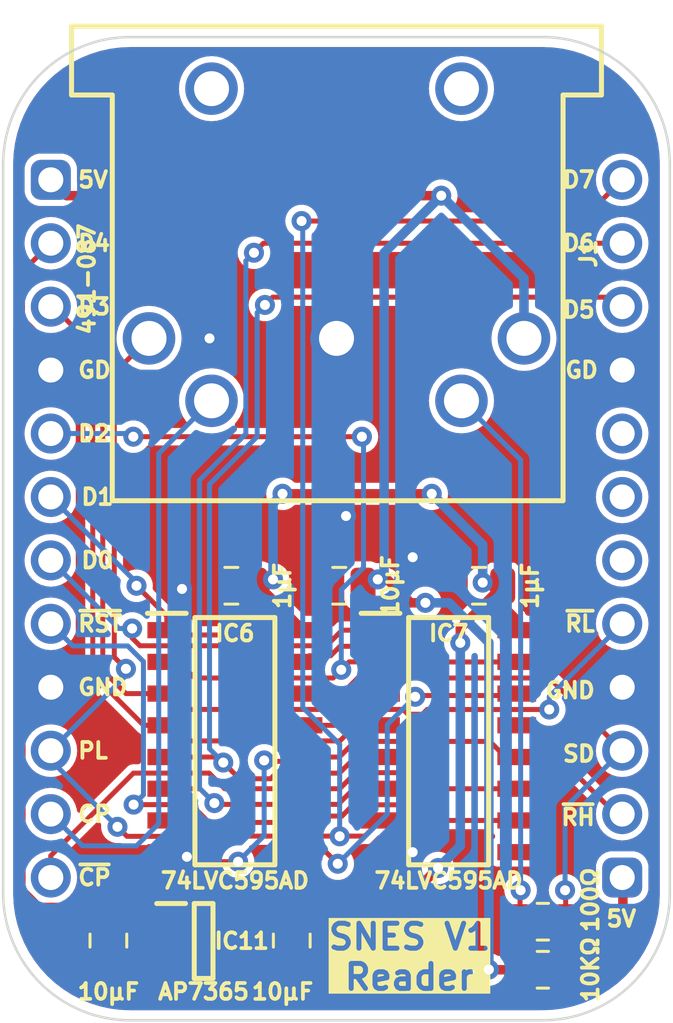
<source format=kicad_pcb>
(kicad_pcb (version 20221018) (generator pcbnew)
  (layers (0 "F.Cu" signal) (31 "B.Cu" signal) (36 "B.SilkS" user "B.Silkscreen") (37 "F.SilkS" user "F.Silkscreen") (38 "B.Mask" user) (39 "F.Mask" user) (44 "Edge.Cuts" user))
  (net 0 "")
  (net 1 "/3.3V")
  (net 2 "/GND")
  (net 3 "/5V")
  (net 4 "/D1")
  (net 5 "/~{Reset}")
  (net 6 "/Serial CP")
  (net 7 "/D2")
  (net 8 "/D3")
  (net 9 "/D4")
  (net 10 "/D5")
  (net 11 "/D6")
  (net 12 "/D7")
  (net 13 "/Q7S")
  (net 14 "/Serial Data")
  (net 15 "/Serial PL")
  (net 16 "/D0")
  (net 21 "/~{Serial CP}")
  (net 25 "/~{Read Low}")
  (net 26 "/~{Read High}")
  (net 27 "/Serial Data _{IN}")
  (footprint "SamacSys_Parts:C_0805" (layer "F.Cu") (at 96 101.6)
    (fp_text reference "C10" hide)
    (fp_text value "10μF" (at -0.369 2.032) (layer "F.SilkS") (effects (font (size 0.635 0.635))))
    (fp_line (start -0.735 0.245252) (end -0.735 -0.277252) (stroke (width 0.12)) (layer "F.SilkS"))
    (fp_line (start 0.735 0.245252) (end 0.735 -0.277252) (stroke (width 0.12)) (layer "F.SilkS"))
    (pad "1" smd roundrect (at 0 0.934 90) (size 1 1.45) (layers "F.Cu" "F.Paste" "F.Mask") (net 1 "/3.3V"))
    (pad "2" smd roundrect (at 0 -0.966 90) (size 1 1.45) (layers "F.Cu" "F.Paste" "F.Mask") (net 2 "/GND"))
  )
  (footprint "SamacSys_Parts:R_0805" (layer "F.Cu") (at 106.045 100.838 -90)
    (fp_text reference "R2" hide)
    (fp_text value "100Ω" (at -0.889 -1.905 -90) (layer "F.SilkS") (effects (font (size 0.635 0.635))))
    (fp_line (start -0.745 0.227064) (end -0.745 -0.227064) (stroke (width 0.12)) (layer "F.SilkS"))
    (fp_line (start 0.725 0.227064) (end 0.725 -0.227064) (stroke (width 0.12)) (layer "F.SilkS"))
    (pad "1" smd roundrect (at -0.01 0.9125) (size 1.025 1.4) (layers "F.Cu" "F.Paste" "F.Mask") (roundrect_rratio 0.243902439) (net 27 "/Serial Data _{IN}"))
    (pad "2" smd roundrect (at -0.01 -0.9125) (size 1.025 1.4) (layers "F.Cu" "F.Paste" "F.Mask") (roundrect_rratio 0.243902439) (net 14 "/Serial Data"))
  )
  (footprint "SamacSys_Parts:SOIC127P600X175-16N" (layer "F.Cu") (at 93.726 93.599)
    (fp_text reference "IC6" (at 0 -4.318) (layer "F.SilkS") (effects (font (size 0.635 0.635))))
    (fp_text value "74LVC595AD" (at 0 5.588) (layer "F.SilkS") (effects (font (size 0.635 0.635))))
    (fp_line (start -3.5 -5.12) (end -1.95 -5.12) (stroke (width 0.2)) (layer "F.SilkS"))
    (fp_line (start -1.6 -4.95) (end 1.6 -4.95) (stroke (width 0.2)) (layer "F.SilkS"))
    (fp_line (start -1.6 4.95) (end -1.6 -4.95) (stroke (width 0.2)) (layer "F.SilkS"))
    (fp_line (start 1.6 -4.95) (end 1.6 4.95) (stroke (width 0.2)) (layer "F.SilkS"))
    (fp_line (start 1.6 4.95) (end -1.6 4.95) (stroke (width 0.2)) (layer "F.SilkS"))
    (pad "1" smd rect (at -2.725 -4.445 90) (size 0.65 1.55) (layers "F.Cu" "F.Paste" "F.Mask") (net 4 "/D1"))
    (pad "2" smd rect (at -2.725 -3.175 90) (size 0.65 1.55) (layers "F.Cu" "F.Paste" "F.Mask") (net 7 "/D2"))
    (pad "3" smd rect (at -2.725 -1.905 90) (size 0.65 1.55) (layers "F.Cu" "F.Paste" "F.Mask") (net 8 "/D3"))
    (pad "4" smd rect (at -2.725 -0.635 90) (size 0.65 1.55) (layers "F.Cu" "F.Paste" "F.Mask") (net 9 "/D4"))
    (pad "5" smd rect (at -2.725 0.635 90) (size 0.65 1.55) (layers "F.Cu" "F.Paste" "F.Mask") (net 10 "/D5"))
    (pad "6" smd rect (at -2.725 1.905 90) (size 0.65 1.55) (layers "F.Cu" "F.Paste" "F.Mask") (net 11 "/D6"))
    (pad "7" smd rect (at -2.725 3.175 90) (size 0.65 1.55) (layers "F.Cu" "F.Paste" "F.Mask") (net 12 "/D7"))
    (pad "8" smd rect (at -2.725 4.445 90) (size 0.65 1.55) (layers "F.Cu" "F.Paste" "F.Mask") (net 2 "/GND"))
    (pad "9" smd rect (at 2.725 4.445 90) (size 0.65 1.55) (layers "F.Cu" "F.Paste" "F.Mask") (net 13 "/Q7S"))
    (pad "10" smd rect (at 2.725 3.175 90) (size 0.65 1.55) (layers "F.Cu" "F.Paste" "F.Mask") (net 5 "/~{Reset}"))
    (pad "11" smd rect (at 2.725 1.905 90) (size 0.65 1.55) (layers "F.Cu" "F.Paste" "F.Mask") (net 21 "/~{Serial CP}"))
    (pad "12" smd rect (at 2.725 0.635 90) (size 0.65 1.55) (layers "F.Cu" "F.Paste" "F.Mask") (net 15 "/Serial PL"))
    (pad "13" smd rect (at 2.725 -0.635 90) (size 0.65 1.55) (layers "F.Cu" "F.Paste" "F.Mask") (net 25 "/~{Read Low}"))
    (pad "14" smd rect (at 2.725 -1.905 90) (size 0.65 1.55) (layers "F.Cu" "F.Paste" "F.Mask") (net 14 "/Serial Data"))
    (pad "15" smd rect (at 2.725 -3.175 90) (size 0.65 1.55) (layers "F.Cu" "F.Paste" "F.Mask") (net 16 "/D0"))
    (pad "16" smd rect (at 2.725 -4.445 90) (size 0.65 1.55) (layers "F.Cu" "F.Paste" "F.Mask") (net 1 "/3.3V"))
  )
  (footprint "SamacSys_Parts:SOT95P285X130-5N" (layer "F.Cu") (at 92.474 101.6)
    (fp_text reference "IC11" (at 1.524 0) (layer "F.SilkS") (effects (font (size 0.635 0.635))))
    (fp_text value "AP7365-33WG-7" hide)
    (fp_text user "${Silkscreen}" (at 0 2.032) (layer "F.SilkS") (effects (font (size 0.635 0.635))))
    (fp_line (start -1.875 -1.5) (end -0.725 -1.5) (stroke (width 0.2)) (layer "F.SilkS"))
    (fp_line (start -0.375 -1.5) (end 0.375 -1.5) (stroke (width 0.2)) (layer "F.SilkS"))
    (fp_line (start -0.375 1.5) (end -0.375 -1.5) (stroke (width 0.2)) (layer "F.SilkS"))
    (fp_line (start 0.375 -1.5) (end 0.375 1.5) (stroke (width 0.2)) (layer "F.SilkS"))
    (fp_line (start 0.375 1.5) (end -0.375 1.5) (stroke (width 0.2)) (layer "F.SilkS"))
    (pad "1" smd rect (at -1.3 -0.95 90) (size 0.6 1.15) (layers "F.Cu" "F.Paste" "F.Mask") (net 3 "/5V"))
    (pad "2" smd rect (at -1.3 0 90) (size 0.6 1.15) (layers "F.Cu" "F.Paste" "F.Mask") (net 2 "/GND"))
    (pad "3" smd rect (at -1.3 0.95 90) (size 0.6 1.15) (layers "F.Cu" "F.Paste" "F.Mask") (net 3 "/5V"))
    (pad "4" smd rect (at 1.3 0.95 90) (size 0.6 1.15) (layers "F.Cu" "F.Paste" "F.Mask"))
    (pad "5" smd rect (at 1.3 -0.95 90) (size 0.6 1.15) (layers "F.Cu" "F.Paste" "F.Mask") (net 1 "/3.3V"))
  )
  (footprint "SamacSys_Parts:C_0805" (layer "F.Cu") (at 93.599 87.376 90)
    (fp_text reference "C8" hide)
    (fp_text value "1μF" (at 0 2.032 90) (layer "F.SilkS") (effects (font (size 0.635 0.635))))
    (fp_line (start -0.735 0.245252) (end -0.735 -0.277252) (stroke (width 0.12)) (layer "F.SilkS"))
    (fp_line (start 0.735 0.245252) (end 0.735 -0.277252) (stroke (width 0.12)) (layer "F.SilkS"))
    (pad "1" smd roundrect (at 0 0.934 180) (size 1 1.45) (layers "F.Cu" "F.Paste" "F.Mask") (net 1 "/3.3V"))
    (pad "2" smd roundrect (at 0 -0.966 180) (size 1 1.45) (layers "F.Cu" "F.Paste" "F.Mask") (net 2 "/GND"))
  )
  (footprint "SamacSys_Parts:C_0805" (layer "F.Cu") (at 103.505 87.376 90)
    (fp_text reference "C7" hide)
    (fp_text value "1μF" (at 0 2.032 90) (layer "F.SilkS") (effects (font (size 0.635 0.635))))
    (fp_line (start -0.735 0.245252) (end -0.735 -0.277252) (stroke (width 0.12)) (layer "F.SilkS"))
    (fp_line (start 0.735 0.245252) (end 0.735 -0.277252) (stroke (width 0.12)) (layer "F.SilkS"))
    (pad "1" smd roundrect (at 0 0.934 180) (size 1 1.45) (layers "F.Cu" "F.Paste" "F.Mask") (net 1 "/3.3V"))
    (pad "2" smd roundrect (at 0 -0.966 180) (size 1 1.45) (layers "F.Cu" "F.Paste" "F.Mask") (net 2 "/GND"))
  )
  (footprint "SamacSys_Parts:491087" (layer "F.Cu") (at 102.79 67.47 -90)
    (fp_text reference "J1" (at 6.604 -5.08 -90) (layer "F.SilkS") (effects (font (size 0.635 0.635) (thickness 0.15) bold)))
    (fp_text value "491-087" (at 7.62 14.986 -90) (layer "F.SilkS") (effects (font (size 0.635 0.635))))
    (fp_line (start -2.5 -5.6) (end -2.5 15.6) (stroke (width 0.2)) (layer "F.SilkS"))
    (fp_line (start -2.5 15.6) (end 0.254 15.6) (stroke (width 0.2)) (layer "F.SilkS"))
    (fp_line (start 0.254 -5.6) (end -2.5 -5.6) (stroke (width 0.2)) (layer "F.SilkS"))
    (fp_line (start 0.254 -5.6) (end 0.254 -4.064) (stroke (width 0.2)) (layer "F.SilkS"))
    (fp_line (start 0.254 13.97) (end 0.254 15.6) (stroke (width 0.2)) (layer "F.SilkS"))
    (fp_line (start 0.254 13.97) (end 16.5 13.97) (stroke (width 0.2)) (layer "F.SilkS"))
    (fp_line (start 16.5 -4.064) (end 0.254 -4.064) (stroke (width 0.2)) (layer "F.SilkS"))
    (fp_line (start 16.5 13.97) (end 16.5 -4.064) (stroke (width 0.2)) (layer "F.SilkS"))
    (pad "1" thru_hole circle (at 10 12.5 270) (size 2.1 2.1) (drill 1.4) (layers "*.Cu" "*.Mask") (net 15 "/Serial PL"))
    (pad "2" thru_hole circle (at 10 5 270) (size 2.1 2.1) (drill 1.4) (layers "*.Cu" "*.Mask") (net 2 "/GND"))
    (pad "3" thru_hole circle (at 10 -2.5 270) (size 2.1 2.1) (drill 1.4) (layers "*.Cu" "*.Mask") (net 3 "/5V"))
    (pad "4" thru_hole circle (at 12.5 10 270) (size 2.1 2.1) (drill 1.4) (layers "*.Cu" "*.Mask") (net 6 "/Serial CP"))
    (pad "5" thru_hole circle (at 12.5 0 270) (size 2.1 2.1) (drill 1.4) (layers "*.Cu" "*.Mask") (net 27 "/Serial Data _{IN}"))
    (pad "6" thru_hole circle (at 0 10 270) (size 2.1 2.1) (drill 1.4) (layers "*.Cu" "*.Mask"))
    (pad "7" thru_hole circle (at 0 0 270) (size 2.1 2.1) (drill 1.4) (layers "*.Cu" "*.Mask"))
  )
  (footprint "SamacSys_Parts:C_0805" (layer "F.Cu") (at 97.917 87.376 90)
    (fp_text reference "C6" hide)
    (fp_text value "10μF" (at 0 2.032 90) (layer "F.SilkS") (effects (font (size 0.635 0.635))))
    (fp_line (start -0.735 0.245252) (end -0.735 -0.277252) (stroke (width 0.12)) (layer "F.SilkS"))
    (fp_line (start 0.735 0.245252) (end 0.735 -0.277252) (stroke (width 0.12)) (layer "F.SilkS"))
    (pad "1" smd roundrect (at 0 0.934 180) (size 1 1.45) (layers "F.Cu" "F.Paste" "F.Mask") (net 3 "/5V"))
    (pad "2" smd roundrect (at 0 -0.966 180) (size 1 1.45) (layers "F.Cu" "F.Paste" "F.Mask") (net 2 "/GND"))
  )
  (footprint "SamacSys_Parts:C_0805" (layer "F.Cu") (at 88.664 101.6)
    (fp_text reference "C9" hide)
    (fp_text value "10μF" (at 0 2.032) (layer "F.SilkS") (effects (font (size 0.635 0.635))))
    (fp_line (start -0.735 0.245252) (end -0.735 -0.277252) (stroke (width 0.12)) (layer "F.SilkS"))
    (fp_line (start 0.735 0.245252) (end 0.735 -0.277252) (stroke (width 0.12)) (layer "F.SilkS"))
    (pad "1" smd roundrect (at 0 0.934 90) (size 1 1.45) (layers "F.Cu" "F.Paste" "F.Mask") (net 3 "/5V"))
    (pad "2" smd roundrect (at 0 -0.966 90) (size 1 1.45) (layers "F.Cu" "F.Paste" "F.Mask") (net 2 "/GND"))
  )
  (footprint "SamacSys_Parts:R_0805" (layer "F.Cu") (at 106.045 102.743 90)
    (fp_text reference "R1" hide)
    (fp_text value "10KΩ" (at 0 1.905 90) (layer "F.SilkS") (effects (font (size 0.635 0.635))))
    (fp_line (start -0.745 0.227064) (end -0.745 -0.227064) (stroke (width 0.12)) (layer "F.SilkS"))
    (fp_line (start 0.725 0.227064) (end 0.725 -0.227064) (stroke (width 0.12)) (layer "F.SilkS"))
    (pad "1" smd roundrect (at -0.01 0.9125 180) (size 1.025 1.4) (layers "F.Cu" "F.Paste" "F.Mask") (roundrect_rratio 0.243902439) (net 27 "/Serial Data _{IN}"))
    (pad "2" smd roundrect (at -0.01 -0.9125 180) (size 1.025 1.4) (layers "F.Cu" "F.Paste" "F.Mask") (roundrect_rratio 0.243902439) (net 3 "/5V"))
  )
  (footprint "SamacSys_Parts:DIP-24_Board_W22.86mm" (layer "F.Cu") (at 86.36 71.12)
    (fp_text reference "J2" hide)
    (fp_text value "Conn_02x12_Counter_Clockwise" hide)
    (fp_line (start -1.905 -0.635) (end -1.905 28.575) (stroke (width 0.1)) (layer "Edge.Cuts"))
    (fp_line (start 19.685 -5.715) (end 3.175 -5.715) (stroke (width 0.1)) (layer "Edge.Cuts"))
    (fp_line (start 19.685 33.655) (end 3.175 33.655) (stroke (width 0.1)) (layer "Edge.Cuts"))
    (fp_line (start 24.765 28.575) (end 24.765 -0.635) (stroke (width 0.1)) (layer "Edge.Cuts"))
    (fp_arc (start -1.905 -0.635) (mid -0.417102 -4.227102) (end 3.175 -5.715) (stroke (width 0.1)) (layer "Edge.Cuts"))
    (fp_arc (start 3.175 33.655) (mid -0.417102 32.167102) (end -1.905 28.575) (stroke (width 0.1)) (layer "Edge.Cuts"))
    (fp_arc (start 19.685 -5.715) (mid 23.277102 -4.227102) (end 24.765 -0.635) (stroke (width 0.1)) (layer "Edge.Cuts"))
    (fp_arc (start 24.765 28.575) (mid 23.277102 32.167102) (end 19.685 33.655) (stroke (width 0.1)) (layer "Edge.Cuts"))
    (pad "1" thru_hole roundrect (at 0 0) (size 1.6 1.6) (drill 1) (layers "*.Cu" "*.Mask") (net 3 "/5V"))
    (pad "2" thru_hole oval (at 0 2.54) (size 1.6 1.6) (drill 1) (layers "*.Cu" "*.Mask") (net 9 "/D4"))
    (pad "3" thru_hole oval (at 0 5.08) (size 1.6 1.6) (drill 1) (layers "*.Cu" "*.Mask") (net 8 "/D3"))
    (pad "4" thru_hole rect (at 0 7.62) (size 1.6 1.6) (drill 1) (layers "*.Cu" "*.Mask") (net 2 "/GND"))
    (pad "5" thru_hole oval (at 0 10.16) (size 1.6 1.6) (drill 1) (layers "*.Cu" "*.Mask") (net 7 "/D2"))
    (pad "6" thru_hole oval (at 0 12.7) (size 1.6 1.6) (drill 1) (layers "*.Cu" "*.Mask") (net 4 "/D1"))
    (pad "7" thru_hole oval (at 0 15.24) (size 1.6 1.6) (drill 1) (layers "*.Cu" "*.Mask") (net 16 "/D0"))
    (pad "8" thru_hole oval (at 0 17.78) (size 1.6 1.6) (drill 1) (layers "*.Cu" "*.Mask") (net 5 "/~{Reset}"))
    (pad "9" thru_hole rect (at 0 20.32) (size 1.6 1.6) (drill 1) (layers "*.Cu" "*.Mask") (net 2 "/GND"))
    (pad "10" thru_hole oval (at 0 22.86) (size 1.6 1.6) (drill 1) (layers "*.Cu" "*.Mask") (net 15 "/Serial PL"))
    (pad "11" thru_hole oval (at 0 25.4) (size 1.6 1.6) (drill 1) (layers "*.Cu" "*.Mask") (net 6 "/Serial CP"))
    (pad "12" thru_hole oval (at 0 27.94) (size 1.6 1.6) (drill 1) (layers "*.Cu" "*.Mask") (net 21 "/~{Serial CP}"))
    (pad "13" thru_hole roundrect (at 22.86 27.94) (size 1.6 1.6) (drill 1) (layers "*.Cu" "*.Mask") (net 3 "/5V"))
    (pad "14" thru_hole oval (at 22.86 25.4) (size 1.6 1.6) (drill 1) (layers "*.Cu" "*.Mask") (net 26 "/~{Read High}"))
    (pad "15" thru_hole oval (at 22.86 22.86) (size 1.6 1.6) (drill 1) (layers "*.Cu" "*.Mask") (net 14 "/Serial Data"))
    (pad "16" thru_hole rect (at 22.86 20.32) (size 1.6 1.6) (drill 1) (layers "*.Cu" "*.Mask") (net 2 "/GND"))
    (pad "17" thru_hole oval (at 22.86 17.78 180) (size 1.6 1.6) (drill 1) (layers "*.Cu" "*.Mask") (net 25 "/~{Read Low}"))
    (pad "18" thru_hole oval (at 22.86 15.24 180) (size 1.6 1.6) (drill 1) (layers "*.Cu" "*.Mask"))
    (pad "19" thru_hole oval (at 22.86 12.7 180) (size 1.6 1.6) (drill 1) (layers "*.Cu" "*.Mask"))
    (pad "20" thru_hole oval (at 22.86 10.16 180) (size 1.6 1.6) (drill 1) (layers "*.Cu" "*.Mask"))
    (pad "21" thru_hole rect (at 22.86 7.62) (size 1.6 1.6) (drill 1) (layers "*.Cu" "*.Mask") (net 2 "/GND"))
    (pad "22" thru_hole oval (at 22.86 5.08) (size 1.6 1.6) (drill 1) (layers "*.Cu" "*.Mask") (net 10 "/D5"))
    (pad "23" thru_hole oval (at 22.86 2.54) (size 1.6 1.6) (drill 1) (layers "*.Cu" "*.Mask") (net 11 "/D6"))
    (pad "24" thru_hole oval (at 22.86 0) (size 1.6 1.6) (drill 1) (layers "*.Cu" "*.Mask") (net 12 "/D7"))
  )
  (footprint "SamacSys_Parts:SOIC127P600X175-16N" (layer "F.Cu") (at 102.276 93.599)
    (fp_text reference "IC7" (at 0 -4.318) (layer "F.SilkS") (effects (font (size 0.635 0.635))))
    (fp_text value "74LVC595AD" (at 0 5.588) (layer "F.SilkS") (effects (font (size 0.635 0.635))))
    (fp_line (start -3.5 -5.12) (end -1.95 -5.12) (stroke (width 0.2)) (layer "F.SilkS"))
    (fp_line (start -1.6 -4.95) (end 1.6 -4.95) (stroke (width 0.2)) (layer "F.SilkS"))
    (fp_line (start -1.6 4.95) (end -1.6 -4.95) (stroke (width 0.2)) (layer "F.SilkS"))
    (fp_line (start 1.6 -4.95) (end 1.6 4.95) (stroke (width 0.2)) (layer "F.SilkS"))
    (fp_line (start 1.6 4.95) (end -1.6 4.95) (stroke (width 0.2)) (layer "F.SilkS"))
    (pad "1" smd rect (at -2.725 -4.445 90) (size 0.65 1.55) (layers "F.Cu" "F.Paste" "F.Mask") (net 4 "/D1"))
    (pad "2" smd rect (at -2.725 -3.175 90) (size 0.65 1.55) (layers "F.Cu" "F.Paste" "F.Mask") (net 7 "/D2"))
    (pad "3" smd rect (at -2.725 -1.905 90) (size 0.65 1.55) (layers "F.Cu" "F.Paste" "F.Mask") (net 8 "/D3"))
    (pad "4" smd rect (at -2.725 -0.635 90) (size 0.65 1.55) (layers "F.Cu" "F.Paste" "F.Mask") (net 9 "/D4"))
    (pad "5" smd rect (at -2.725 0.635 90) (size 0.65 1.55) (layers "F.Cu" "F.Paste" "F.Mask") (net 10 "/D5"))
    (pad "6" smd rect (at -2.725 1.905 90) (size 0.65 1.55) (layers "F.Cu" "F.Paste" "F.Mask") (net 11 "/D6"))
    (pad "7" smd rect (at -2.725 3.175 90) (size 0.65 1.55) (layers "F.Cu" "F.Paste" "F.Mask") (net 12 "/D7"))
    (pad "8" smd rect (at -2.725 4.445 90) (size 0.65 1.55) (layers "F.Cu" "F.Paste" "F.Mask") (net 2 "/GND"))
    (pad "9" smd rect (at 2.725 4.445 90) (size 0.65 1.55) (layers "F.Cu" "F.Paste" "F.Mask"))
    (pad "10" smd rect (at 2.725 3.175 90) (size 0.65 1.55) (layers "F.Cu" "F.Paste" "F.Mask") (net 5 "/~{Reset}"))
    (pad "11" smd rect (at 2.725 1.905 90) (size 0.65 1.55) (layers "F.Cu" "F.Paste" "F.Mask") (net 21 "/~{Serial CP}"))
    (pad "12" smd rect (at 2.725 0.635 90) (size 0.65 1.55) (layers "F.Cu" "F.Paste" "F.Mask") (net 15 "/Serial PL"))
    (pad "13" smd rect (at 2.725 -0.635 90) (size 0.65 1.55) (layers "F.Cu" "F.Paste" "F.Mask") (net 26 "/~{Read High}"))
    (pad "14" smd rect (at 2.725 -1.905 90) (size 0.65 1.55) (layers "F.Cu" "F.Paste" "F.Mask") (net 13 "/Q7S"))
    (pad "15" smd rect (at 2.725 -3.175 90) (size 0.65 1.55) (layers "F.Cu" "F.Paste" "F.Mask") (net 16 "/D0"))
    (pad "16" smd rect (at 2.725 -4.445 90) (size 0.65 1.55) (layers "F.Cu" "F.Paste" "F.Mask") (net 1 "/3.3V"))
  )
  (gr_text "~{RL}" (at 108.204 88.9) (layer "F.SilkS") (effects (font (size 0.635 0.635)) (justify right)))
  (gr_text "D4" (at 87.376 73.66) (layer "F.SilkS") (effects (font (size 0.635 0.635)) (justify left)))
  (gr_text "GD" (at 87.376 78.74) (layer "F.SilkS") (effects (font (size 0.635 0.635)) (justify left)))
  (gr_text "GD" (at 108.331 78.74) (layer "F.SilkS") (effects (font (size 0.635 0.635)) (justify right)))
  (gr_text "D2" (at 87.376 81.28) (layer "F.SilkS") (effects (font (size 0.635 0.635)) (justify left)))
  (gr_text "SD" (at 108.204 94.107) (layer "F.SilkS") (effects (font (size 0.635 0.635)) (justify right)))
  (gr_text "PL" (at 87.376 93.98) (layer "F.SilkS") (effects (font (size 0.635 0.635)) (justify left)))
  (gr_text "5V" (at 109.855 100.711) (layer "F.SilkS") (effects (font (size 0.635 0.635)) (justify right)))
  (gr_text "D0" (at 87.503 86.36) (layer "F.SilkS") (effects (font (size 0.635 0.635)) (justify left)))
  (gr_text "D6" (at 108.204 73.66) (layer "F.SilkS") (effects (font (size 0.635 0.635)) (justify right)))
  (gr_text "~{RST}" (at 87.376 88.9) (layer "F.SilkS") (effects (font (size 0.635 0.635)) (justify left)))
  (gr_text "GND" (at 108.204 91.567) (layer "F.SilkS") (effects (font (size 0.635 0.635)) (justify right)))
  (gr_text "5V" (at 87.376 71.12) (layer "F.SilkS") (effects (font (size 0.635 0.635)) (justify left)))
  (gr_text "D7" (at 108.204 71.12) (layer "F.SilkS") (effects (font (size 0.635 0.635)) (justify right)))
  (gr_text "D3" (at 87.376 76.2) (layer "F.SilkS") (effects (font (size 0.635 0.635)) (justify left)))
  (gr_text "SNES V1\nReader" (at 100.711 103.632) (layer "F.SilkS" knockout) (effects (font (size 1 1) (thickness 0.2) bold) (justify bottom)))
  (gr_text "GND" (at 87.376 91.44) (layer "F.SilkS") (effects (font (size 0.635 0.635)) (justify left)))
  (gr_text "CP" (at 87.376 96.52) (layer "F.SilkS") (effects (font (size 0.635 0.635)) (justify left)))
  (gr_text "D5" (at 108.204 76.327) (layer "F.SilkS") (effects (font (size 0.635 0.635)) (justify right)))
  (gr_text "D1" (at 87.503 83.82) (layer "F.SilkS") (effects (font (size 0.635 0.635)) (justify left)))
  (gr_text "~{CP}" (at 87.376 99.06) (layer "F.SilkS") (effects (font (size 0.635 0.635)) (justify left)))
  (gr_text "~{RH}" (at 108.204 96.647) (layer "F.SilkS") (effects (font (size 0.635 0.635)) (justify right)))
  (segment (start 104.947 88.691) (end 104.947 89.1) (width 0.38) (layer "F.Cu") (net 1))
  (segment (start 93.774 100.65) (end 94.983 99.441) (width 0.38) (layer "F.Cu") (net 1))
  (segment (start 102.743 89.072) (end 102.743 89.662) (width 0.38) (layer "F.Cu") (net 1))
  (segment (start 101.59999 83.693006) (end 101.599998 83.692998) (width 0.38) (layer "F.Cu") (net 1))
  (segment (start 94.533 87.376) (end 94.996006 87.376) (width 0.38) (layer "F.Cu") (net 1))
  (segment (start 97.1636 101.3704) (end 96 102.534) (width 0.38) (layer "F.Cu") (net 1))
  (segment (start 104.439 87.376) (end 103.7655 87.376) (width 0.38) (layer "F.Cu") (net 1))
  (segment (start 103.7655 87.376) (end 103.6385 87.249) (width 0.38) (layer "F.Cu") (net 1))
  (segment (start 104.439 87.376) (end 102.743 89.072) (width 0.38) (layer "F.Cu") (net 1))
  (segment (start 104.439 88.183) (end 104.947 88.691) (width 0.38) (layer "F.Cu") (net 1))
  (segment (start 100.4048 100.1282) (end 101.854 98.679) (width 0.38) (layer "F.Cu") (net 1))
  (segment (start 97.1636 100.1282) (end 100.4048 100.1282) (width 0.38) (layer "F.Cu") (net 1))
  (segment (start 95.631 83.693006) (end 101.59999 83.693006) (width 0.38) (layer "F.Cu") (net 1))
  (segment (start 94.718 87.421) (end 96.451 89.154) (width 0.38) (layer "F.Cu") (net 1))
  (segment (start 94.983 99.441) (end 96.4764 99.441) (width 0.38) (layer "F.Cu") (net 1))
  (segment (start 97.1636 100.1282) (end 97.1636 101.3704) (width 0.38) (layer "F.Cu") (net 1))
  (segment (start 96.4764 99.441) (end 97.1636 100.1282) (width 0.38) (layer "F.Cu") (net 1))
  (segment (start 94.996006 87.376) (end 95.25 87.122006) (width 0.38) (layer "F.Cu") (net 1))
  (segment (start 104.439 87.376) (end 104.439 88.183) (width 0.38) (layer "F.Cu") (net 1))
  (via (at 101.599998 83.692998) (size 0.8) (drill 0.4) (layers "F.Cu" "B.Cu") (net 1))
  (via (at 103.6385 87.249) (size 0.8) (drill 0.4) (layers "F.Cu" "B.Cu") (net 1))
  (via (at 95.631 83.693006) (size 0.8) (drill 0.4) (layers "F.Cu" "B.Cu") (net 1))
  (via (at 101.854 98.679) (size 0.8) (drill 0.4) (layers "F.Cu" "B.Cu") (net 1))
  (via (at 95.25 87.122006) (size 0.8) (drill 0.4) (layers "F.Cu" "B.Cu") (net 1))
  (via (at 102.743 89.662) (size 0.8) (drill 0.4) (layers "F.Cu" "B.Cu") (net 1))
  (segment (start 95.25 87.122006) (end 95.25 84.074006) (width 0.38) (layer "B.Cu") (net 1))
  (segment (start 103.6385 87.249) (end 103.6385 85.7315) (width 0.38) (layer "B.Cu") (net 1))
  (segment (start 103.6385 85.7315) (end 101.599998 83.692998) (width 0.38) (layer "B.Cu") (net 1))
  (segment (start 95.25 84.074006) (end 95.631 83.693006) (width 0.38) (layer "B.Cu") (net 1))
  (segment (start 102.743 89.662) (end 102.743 97.79) (width 0.38) (layer "B.Cu") (net 1))
  (segment (start 102.743 97.79) (end 101.854 98.679) (width 0.38) (layer "B.Cu") (net 1))
  (segment (start 108.077 90.297) (end 109.22 91.44) (width 0.38) (layer "F.Cu") (net 2))
  (segment (start 93.0147 101.3505) (end 95.2835 101.3505) (width 0.38) (layer "F.Cu") (net 2))
  (segment (start 87.4452 100.634) (end 88.664 100.634) (width 0.38) (layer "F.Cu") (net 2))
  (segment (start 92.556 87.503) (end 91.61 87.503) (width 0.38) (layer "F.Cu") (net 2))
  (segment (start 102.539 87.376) (end 102.539 86.818) (width 0.38) (layer "F.Cu") (net 2))
  (segment (start 88.664 100.634) (end 90.2071 100.634) (width 0.38) (layer "F.Cu") (net 2))
  (segment (start 92.6591 99.9495) (end 92.7634 100.0538) (width 0.38) (layer "F.Cu") (net 2))
  (segment (start 97.078 85.623) (end 94.386 85.623) (width 0.38) (layer "F.Cu") (net 2))
  (segment (start 85.1618 92.6382) (end 85.1618 99.5507) (width 0.38) (layer "F.Cu") (net 2))
  (segment (start 90.4373 99.9495) (end 90.2071 100.1797) (width 0.38) (layer "F.Cu") (net 2))
  (segment (start 98.119 84.582) (end 98.171 84.582) (width 0.38) (layer "F.Cu") (net 2))
  (segment (start 108.077 89.328) (end 108.077 90.297) (width 0.38) (layer "F.Cu") (net 2))
  (segment (start 99.187 84.582) (end 98.171 84.582) (width 0.38) (layer "F.Cu") (net 2))
  (segment (start 87.0681 100.2569) (end 87.4452 100.634) (width 0.38) (layer "F.Cu") (net 2))
  (segment (start 87.0681 100.2569) (end 89.281 98.044) (width 0.38) (layer "F.Cu") (net 2))
  (segment (start 87.55 90.25) (end 86.36 91.44) (width 0.38) (layer "F.Cu") (net 2))
  (segment (start 90.2071 101.1171) (end 90.69 101.6) (width 0.38) (layer "F.Cu") (net 2))
  (segment (start 97.078 85.623) (end 97.078 87.249) (width 0.38) (layer "F.Cu") (net 2))
  (segment (start 92.7634 101.0992) (end 93.0147 101.3505) (width 0.38) (layer "F.Cu") (net 2))
  (segment (start 86.36 91.44) (end 85.1618 92.6382) (width 0.38) (layer "F.Cu") (net 2))
  (segment (start 101.396 86.233) (end 100.838 86.233) (width 0.38) (layer "F.Cu") (net 2))
  (segment (start 99.551 98.044) (end 100.838004 98.044) (width 0.38) (layer "F.Cu") (net 2))
  (segment (start 102.539 87.376) (end 101.396 86.233) (width 0.38) (layer "F.Cu") (net 2))
  (segment (start 100.838 86.233) (end 108.331 78.74) (width 0.38) (layer "F.Cu") (net 2))
  (segment (start 102.539 86.818) (end 103.096 86.261) (width 0.38) (layer "F.Cu") (net 2))
  (segment (start 85.868 100.2569) (end 87.0681 100.2569) (width 0.38) (layer "F.Cu") (net 2))
  (segment (start 91.001 98.044) (end 91.620595 98.044) (width 0.38) (layer "F.Cu") (net 2))
  (segment (start 91.620595 98.044) (end 91.80479 98.228195) (width 0.38) (layer "F.Cu") (net 2))
  (segment (start 97.078 85.623) (end 98.119 84.582) (width 0.38) (layer "F.Cu") (net 2))
  (segment (start 92.71 77.47) (end 97.79 77.47) (width 0.38) (layer "F.Cu") (net 2))
  (segment (start 86.36 78.74) (end 87.55 79.93) (width 0.38) (layer "F.Cu") (net 2))
  (segment (start 90.2071 100.1797) (end 90.2071 100.634) (width 0.38) (layer "F.Cu") (net 2))
  (segment (start 95.2835 101.3505) (end 96 100.634) (width 0.38) (layer "F.Cu") (net 2))
  (segment (start 87.55 79.93) (end 87.55 90.25) (width 0.38) (layer "F.Cu") (net 2))
  (segment (start 92.7634 100.0538) (end 92.7634 101.0992) (width 0.38) (layer "F.Cu") (net 2))
  (segment (start 108.331 78.74) (end 109.22 78.74) (width 0.38) (layer "F.Cu") (net 2))
  (segment (start 85.1618 99.5507) (end 85.868 100.2569) (width 0.38) (layer "F.Cu") (net 2))
  (segment (start 90.69 101.6) (end 91.174 101.6) (width 0.38) (layer "F.Cu") (net 2))
  (segment (start 94.386 85.623) (end 92.633 87.376) (width 0.38) (layer "F.Cu") (net 2))
  (segment (start 103.096 86.261) (end 105.01 86.261) (width 0.38) (layer "F.Cu") (net 2))
  (segment (start 89.281 98.044) (end 91.001 98.044) (width 0.38) (layer "F.Cu") (net 2))
  (segment (start 92.6591 99.9495) (end 90.4373 99.9495) (width 0.38) (layer "F.Cu") (net 2))
  (segment (start 100.838 86.233) (end 99.187 84.582) (width 0.38) (layer "F.Cu") (net 2))
  (segment (start 105.01 86.261) (end 108.077 89.328) (width 0.38) (layer "F.Cu") (net 2))
  (segment (start 90.2071 100.634) (end 90.2071 101.1171) (width 0.38) (layer "F.Cu") (net 2))
  (via (at 98.171 84.582) (size 0.8) (drill 0.4) (layers "F.Cu" "B.Cu") (net 2))
  (via (at 100.838004 98.044) (size 0.8) (drill 0.4) (layers "F.Cu" "B.Cu") (net 2))
  (via (at 100.838 86.233) (size 0.8) (drill 0.4) (layers "F.Cu" "B.Cu") (net 2))
  (via (at 91.80479 98.228195) (size 0.8) (drill 0.4) (layers "F.Cu" "B.Cu") (net 2))
  (via (at 91.61 87.503) (size 0.8) (drill 0.4) (layers "F.Cu" "B.Cu") (net 2))
  (via (at 92.71 77.47) (size 0.8) (drill 0.4) (layers "F.Cu" "B.Cu") (net 2))
  (segment (start 97.79 77.47) (end 97.79 84.201) (width 0.38) (layer "B.Cu") (net 2))
  (segment (start 91.80479 98.228195) (end 91.80479 87.69779) (width 0.38) (layer "B.Cu") (net 2))
  (segment (start 100.429 86.642) (end 100.429 88.386405) (width 0.38) (layer "B.Cu") (net 2))
  (segment (start 91.80479 87.69779) (end 91.61 87.503) (width 0.38) (layer "B.Cu") (net 2))
  (segment (start 86.5319 78.9119) (end 91.1483 78.9119) (width 0.38) (layer "B.Cu") (net 2))
  (segment (start 97.79 84.201) (end 98.171 84.582) (width 0.38) (layer "B.Cu") (net 2))
  (segment (start 91.2681 78.9119) (end 92.71 77.47) (width 0.38) (layer "B.Cu") (net 2))
  (segment (start 91.1483 78.9119) (end 91.2681 78.9119) (width 0.38) (layer "B.Cu") (net 2))
  (segment (start 100.429 88.386405) (end 101.854 89.811405) (width 0.38) (layer "B.Cu") (net 2))
  (segment (start 101.854 89.811405) (end 101.854 97.028004) (width 0.38) (layer "B.Cu") (net 2))
  (segment (start 101.854 97.028004) (end 100.838004 98.044) (width 0.38) (layer "B.Cu") (net 2))
  (segment (start 100.838 86.233) (end 100.429 86.642) (width 0.38) (layer "B.Cu") (net 2))
  (segment (start 86.36 71.12) (end 86.995 71.755) (width 0.38) (layer "F.Cu") (net 3))
  (segment (start 99.441 87.122) (end 99.822 87.122) (width 0.38) (layer "F.Cu") (net 3))
  (segment (start 92.129 103.505) (end 103.124 103.505) (width 0.38) (layer "F.Cu") (net 3))
  (segment (start 99.822 87.122) (end 100.759176 88.059176) (width 0.38) (layer "F.Cu") (net 3))
  (segment (start 92.1583 101.1537) (end 92.1583 102.0449) (width 0.38) (layer "F.Cu") (net 3))
  (segment (start 91.6532 102.55) (end 92.1583 102.0449) (width 0.38) (layer "F.Cu") (net 3))
  (segment (start 91.174 102.55) (end 88.68 102.55) (width 0.38) (layer "F.Cu") (net 3))
  (segment (start 99.105 87.122) (end 99.441 87.122) (width 0.38) (layer "F.Cu") (net 3))
  (segment (start 91.6532 102.55) (end 91.174 102.55) (width 0.38) (layer "F.Cu") (net 3))
  (segment (start 107.442 103.886) (end 106.2655 103.886) (width 0.38) (layer "F.Cu") (net 3))
  (segment (start 91.6546 100.65) (end 92.1583 101.1537) (width 0.38) (layer "F.Cu") (net 3))
  (segment (start 103.896 102.753) (end 103.886 102.743) (width 0.38) (layer "F.Cu") (net 3))
  (segment (start 105.1325 102.753) (end 103.896 102.753) (width 0.38) (layer "F.Cu") (net 3))
  (segment (start 91.174 102.55) (end 92.129 103.505) (width 0.38) (layer "F.Cu") (net 3))
  (segment (start 86.995 71.755) (end 101.981 71.755) (width 0.38) (layer "F.Cu") (net 3))
  (segment (start 103.124 103.505) (end 103.886 102.743) (width 0.38) (layer "F.Cu") (net 3))
  (segment (start 106.2655 103.886) (end 105.1325 102.753) (width 0.38) (layer "F.Cu") (net 3))
  (segment (start 109.248 99.088) (end 109.248 102.08) (width 0.38) (layer "F.Cu") (net 3))
  (segment (start 100.759176 88.059176) (end 101.346002 88.059176) (width 0.38) (layer "F.Cu") (net 3))
  (segment (start 91.174 100.65) (end 91.6546 100.65) (width 0.38) (layer "F.Cu") (net 3))
  (segment (start 109.248 102.08) (end 107.442 103.886) (width 0.38) (layer "F.Cu") (net 3))
  (via (at 103.886 102.743) (size 0.8) (drill 0.4) (layers "F.Cu" "B.Cu") (net 3))
  (via (at 101.981 71.755) (size 0.8) (drill 0.4) (layers "F.Cu" "B.Cu") (net 3))
  (via (at 99.441 87.122) (size 0.8) (drill 0.4) (layers "F.Cu" "B.Cu") (net 3))
  (via (at 101.346002 88.059176) (size 0.8) (drill 0.4) (layers "F.Cu" "B.Cu") (net 3))
  (segment (start 105.29 77.47) (end 105.29 75.064) (width 0.38) (layer "B.Cu") (net 3))
  (segment (start 99.695 74.041) (end 99.695 86.868) (width 0.38) (layer "B.Cu") (net 3))
  (segment (start 103.886 89.650516) (end 103.886 102.743) (width 0.38) (layer "B.Cu") (net 3))
  (segment (start 101.981 71.755) (end 99.695 74.041) (width 0.38) (layer "B.Cu") (net 3))
  (segment (start 105.29 75.064) (end 101.981 71.755) (width 0.38) (layer "B.Cu") (net 3))
  (segment (start 101.346002 88.059176) (end 102.29466 88.059176) (width 0.38) (layer "B.Cu") (net 3))
  (segment (start 102.29466 88.059176) (end 103.886 89.650516) (width 0.38) (layer "B.Cu") (net 3))
  (segment (start 99.695 86.868) (end 99.441 87.122) (width 0.38) (layer "B.Cu") (net 3))
  (segment (start 97.387479 89.779) (end 98.012479 89.154) (width 0.2) (layer "F.Cu") (net 4))
  (segment (start 91.001 88.588) (end 89.789 87.376) (width 0.2) (layer "F.Cu") (net 4))
  (segment (start 98.012479 89.154) (end 99.101 89.154) (width 0.2) (layer "F.Cu") (net 4))
  (segment (start 91.193 89.346) (end 95.072861 89.346) (width 0.2) (layer "F.Cu") (net 4))
  (segment (start 95.505861 89.779) (end 97.387479 89.779) (width 0.2) (layer "F.Cu") (net 4))
  (segment (start 95.072861 89.346) (end 95.505861 89.779) (width 0.2) (layer "F.Cu") (net 4))
  (segment (start 91.001 89.154) (end 91.001 88.588) (width 0.2) (layer "F.Cu") (net 4))
  (via (at 89.789 87.376) (size 0.8) (drill 0.4) (layers "F.Cu" "B.Cu") (net 4))
  (segment (start 89.789 87.249) (end 89.789 87.376) (width 0.2) (layer "B.Cu") (net 4))
  (segment (start 86.36 83.82) (end 89.789 87.249) (width 0.2) (layer "B.Cu") (net 4))
  (segment (start 91.974872 96.139822) (end 89.67319 96.139822) (width 0.2) (layer "F.Cu") (net 5))
  (segment (start 100.7743 96.1471) (end 98.4591 96.1471) (width 0.2) (layer "F.Cu") (net 5))
  (segment (start 101.4012 96.774) (end 100.7743 96.1471) (width 0.2) (layer "F.Cu") (net 5))
  (segment (start 96.6279 96.5971) (end 97.9953 96.5971) (width 0.2) (layer "F.Cu") (net 5))
  (segment (start 98.4591 96.1471) (end 98.0022 96.604) (width 0.2) (layer "F.Cu") (net 5))
  (segment (start 97.9953 96.5971) (end 98.0022 96.604) (width 0.2) (layer "F.Cu") (net 5))
  (segment (start 92.687822 96.852772) (end 91.974872 96.139822) (width 0.2) (layer "F.Cu") (net 5))
  (segment (start 96.372228 96.852772) (end 92.687822 96.852772) (width 0.2) (layer "F.Cu") (net 5))
  (segment (start 105.001 96.774) (end 101.4012 96.774) (width 0.2) (layer "F.Cu") (net 5))
  (via (at 89.67319 96.139822) (size 0.8) (drill 0.4) (layers "F.Cu" "B.Cu") (net 5))
  (segment (start 87.245844 89.785844) (end 89.440795 89.785844) (width 0.2) (layer "B.Cu") (net 5))
  (segment (start 89.440795 89.785844) (end 90.066356 90.411405) (width 0.2) (layer "B.Cu") (net 5))
  (segment (start 90.066356 95.746656) (end 89.67319 96.139822) (width 0.2) (layer "B.Cu") (net 5))
  (segment (start 90.066356 90.411405) (end 90.066356 95.746656) (width 0.2) (layer "B.Cu") (net 5))
  (segment (start 86.36 88.9) (end 87.245844 89.785844) (width 0.2) (layer "B.Cu") (net 5))
  (segment (start 89.789 97.79) (end 90.677998 96.901002) (width 0.2) (layer "B.Cu") (net 6))
  (segment (start 90.677998 82.082002) (end 92.79 79.97) (width 0.2) (layer "B.Cu") (net 6))
  (segment (start 87.63 97.79) (end 89.789 97.79) (width 0.2) (layer "B.Cu") (net 6))
  (segment (start 90.677998 96.901002) (end 90.677998 82.082002) (width 0.2) (layer "B.Cu") (net 6))
  (segment (start 86.36 96.52) (end 87.63 97.79) (width 0.2) (layer "B.Cu") (net 6))
  (segment (start 91.4725 90.424) (end 92.1175 91.069) (width 0.2) (layer "F.Cu") (net 7))
  (segment (start 89.662 81.407) (end 98.806 81.407) (width 0.2) (layer "F.Cu") (net 7))
  (segment (start 97.653114 91.069) (end 97.980557 90.741557) (width 0.2) (layer "F.Cu") (net 7))
  (segment (start 92.1175 91.069) (end 97.653114 91.069) (width 0.2) (layer "F.Cu") (net 7))
  (segment (start 99.551 90.424) (end 98.298114 90.424) (width 0.2) (layer "F.Cu") (net 7))
  (segment (start 98.298114 90.424) (end 97.980557 90.741557) (width 0.2) (layer "F.Cu") (net 7))
  (via (at 89.662 81.407) (size 0.8) (drill 0.4) (layers "F.Cu" "B.Cu") (net 7))
  (via (at 97.980557 90.741557) (size 0.8) (drill 0.4) (layers "F.Cu" "B.Cu") (net 7))
  (via (at 98.806 81.407) (size 0.8) (drill 0.4) (layers "F.Cu" "B.Cu") (net 7))
  (segment (start 98.871 86.648893) (end 97.980557 87.539336) (width 0.2) (layer "B.Cu") (net 7))
  (segment (start 98.871 81.472) (end 98.871 86.648893) (width 0.2) (layer "B.Cu") (net 7))
  (segment (start 97.980557 87.539336) (end 97.980557 90.741557) (width 0.2) (layer "B.Cu") (net 7))
  (segment (start 86.36 81.28) (end 89.535 81.28) (width 0.2) (layer "B.Cu") (net 7))
  (segment (start 89.535 81.28) (end 89.662 81.407) (width 0.2) (layer "B.Cu") (net 7))
  (segment (start 98.806 81.407) (end 98.871 81.472) (width 0.2) (layer "B.Cu") (net 7))
  (segment (start 98.19 91.929) (end 99.316 91.929) (width 0.2) (layer "F.Cu") (net 8))
  (segment (start 91.636 92.329) (end 97.79 92.329) (width 0.2) (layer "F.Cu") (net 8))
  (segment (start 88.44 78.1796) (end 88.44 90.764949) (width 0.2) (layer "F.Cu") (net 8))
  (segment (start 99.316 91.929) (end 99.551 91.694) (width 0.2) (layer "F.Cu") (net 8))
  (segment (start 89.369051 91.694) (end 90.691 91.694) (width 0.2) (layer "F.Cu") (net 8))
  (segment (start 88.44 90.764949) (end 89.369051 91.694) (width 0.2) (layer "F.Cu") (net 8))
  (segment (start 97.79 92.329) (end 98.19 91.929) (width 0.2) (layer "F.Cu") (net 8))
  (segment (start 86.4604 76.2) (end 88.44 78.1796) (width 0.2) (layer "F.Cu") (net 8))
  (segment (start 91.147 91.84) (end 91.636 92.329) (width 0.2) (layer "F.Cu") (net 8))
  (segment (start 97.927 93.589) (end 91.626 93.589) (width 0.2) (layer "F.Cu") (net 9))
  (segment (start 85.2265 76.6642) (end 85.2265 74.7935) (width 0.2) (layer "F.Cu") (net 9))
  (segment (start 98.609685 92.964) (end 98.209685 93.364) (width 0.2) (layer "F.Cu") (net 9))
  (segment (start 99.551 92.964) (end 98.609685 92.964) (width 0.2) (layer "F.Cu") (net 9))
  (segment (start 85.2265 74.7935) (end 86.36 73.66) (width 0.2) (layer "F.Cu") (net 9))
  (segment (start 90.7344 92.964) (end 90.073365 92.964) (width 0.2) (layer "F.Cu") (net 9))
  (segment (start 91.626 93.589) (end 91.001 92.964) (width 0.2) (layer "F.Cu") (net 9))
  (segment (start 88.04 90.930635) (end 88.04 78.393) (width 0.2) (layer "F.Cu") (net 9))
  (segment (start 98.209685 93.364) (end 98.152 93.364) (width 0.2) (layer "F.Cu") (net 9))
  (segment (start 98.152 93.364) (end 97.927 93.589) (width 0.2) (layer "F.Cu") (net 9))
  (segment (start 86.1739 77.6116) (end 85.2265 76.6642) (width 0.2) (layer "F.Cu") (net 9))
  (segment (start 87.2586 77.6116) (end 86.1739 77.6116) (width 0.2) (layer "F.Cu") (net 9))
  (segment (start 88.04 78.393) (end 87.2586 77.6116) (width 0.2) (layer "F.Cu") (net 9))
  (segment (start 90.073365 92.964) (end 88.04 90.930635) (width 0.2) (layer "F.Cu") (net 9))
  (segment (start 91.001 94.234) (end 93.038901 94.234) (width 0.2) (layer "F.Cu") (net 10))
  (segment (start 98.552 94.234) (end 97.907 94.879) (width 0.2) (layer "F.Cu") (net 10))
  (segment (start 95.239752 75.819) (end 94.927374 76.131378) (width 0.2) (layer "F.Cu") (net 10))
  (segment (start 95.151 95.104) (end 93.908901 95.104) (width 0.2) (layer "F.Cu") (net 10))
  (segment (start 95.376 94.879) (end 95.151 95.104) (width 0.2) (layer "F.Cu") (net 10))
  (segment (start 108.839 75.819) (end 95.239752 75.819) (width 0.2) (layer "F.Cu") (net 10))
  (segment (start 93.908901 95.104) (end 93.260237 94.455336) (width 0.2) (layer "F.Cu") (net 10))
  (segment (start 93.038901 94.234) (end 93.260237 94.455336) (width 0.2) (layer "F.Cu") (net 10))
  (segment (start 99.551 94.234) (end 98.552 94.234) (width 0.2) (layer "F.Cu") (net 10))
  (segment (start 97.907 94.879) (end 95.376 94.879) (width 0.2) (layer "F.Cu") (net 10))
  (via (at 94.927374 76.131378) (size 0.8) (drill 0.4) (layers "F.Cu" "B.Cu") (net 10))
  (via (at 93.260237 94.455336) (size 0.8) (drill 0.4) (layers "F.Cu" "B.Cu") (net 10))
  (segment (start 94.615 76.443752) (end 94.615 81.407) (width 0.2) (layer "B.Cu") (net 10))
  (segment (start 94.615 81.407) (end 92.71 83.312) (width 0.2) (layer "B.Cu") (net 10))
  (segment (start 92.71 93.905099) (end 93.260237 94.455336) (width 0.2) (layer "B.Cu") (net 10))
  (segment (start 94.927374 76.131378) (end 94.615 76.443752) (width 0.2) (layer "B.Cu") (net 10))
  (segment (start 92.71 83.312) (end 92.71 93.905099) (width 0.2) (layer "B.Cu") (net 10))
  (segment (start 91.001 95.504) (end 92.329001 95.504) (width 0.2) (layer "F.Cu") (net 11))
  (segment (start 109.22 73.66) (end 94.869 73.66) (width 0.2) (layer "F.Cu") (net 11))
  (segment (start 98.482686 95.504) (end 97.855785 96.130901) (width 0.2) (layer "F.Cu") (net 11))
  (segment (start 94.869 73.66) (end 94.488 74.041) (width 0.2) (layer "F.Cu") (net 11))
  (segment (start 92.329001 95.504) (end 92.902956 96.077955) (width 0.2) (layer "F.Cu") (net 11))
  (segment (start 97.855785 96.130901) (end 92.955902 96.130901) (width 0.2) (layer "F.Cu") (net 11))
  (segment (start 92.955902 96.130901) (end 92.902956 96.077955) (width 0.2) (layer "F.Cu") (net 11))
  (segment (start 99.551 95.504) (end 98.482686 95.504) (width 0.2) (layer "F.Cu") (net 11))
  (via (at 94.488 74.041) (size 0.8) (drill 0.4) (layers "F.Cu" "B.Cu") (net 11))
  (via (at 92.902956 96.077955) (size 0.8) (drill 0.4) (layers "F.Cu" "B.Cu") (net 11))
  (segment (start 94.163876 81.292438) (end 94.163876 74.365124) (width 0.2) (layer "B.Cu") (net 11))
  (segment (start 92.902956 96.077955) (end 92.31 95.484999) (width 0.2) (layer "B.Cu") (net 11))
  (segment (start 92.31 95.484999) (end 92.31 83.146314) (width 0.2) (layer "B.Cu") (net 11))
  (segment (start 92.31 83.146314) (end 94.163876 81.292438) (width 0.2) (layer "B.Cu") (net 11))
  (segment (start 94.163876 74.365124) (end 94.488 74.041) (width 0.2) (layer "B.Cu") (net 11))
  (segment (start 97.9251 97.4009) (end 97.917 97.409) (width 0.2) (layer "F.Cu") (net 12))
  (segment (start 99.551 96.774) (end 98.9241 97.4009) (width 0.2) (layer "F.Cu") (net 12))
  (segment (start 96.393 72.771) (end 107.569 72.771) (width 0.2) (layer "F.Cu") (net 12))
  (segment (start 107.569 72.771) (end 109.22 71.12) (width 0.2) (layer "F.Cu") (net 12))
  (segment (start 92.670264 97.4009) (end 92.043364 96.774) (width 0.2) (layer "F.Cu") (net 12))
  (segment (start 92.043364 96.774) (end 91.001 96.774) (width 0.2) (layer "F.Cu") (net 12))
  (segment (start 97.9089 97.4009) (end 92.670264 97.4009) (width 0.2) (layer "F.Cu") (net 12))
  (segment (start 97.917 97.409) (end 97.9089 97.4009) (width 0.2) (layer "F.Cu") (net 12))
  (segment (start 98.9241 97.4009) (end 97.9251 97.4009) (width 0.2) (layer "F.Cu") (net 12))
  (via (at 96.393 72.771) (size 0.8) (drill 0.4) (layers "F.Cu" "B.Cu") (net 12))
  (via (at 97.917 97.409) (size 0.8) (drill 0.4) (layers "F.Cu" "B.Cu") (net 12))
  (segment (start 97.917 97.409) (end 97.917 93.726) (width 0.2) (layer "B.Cu") (net 12))
  (segment (start 97.917 93.726) (end 96.44 92.249) (width 0.2) (layer "B.Cu") (net 12))
  (segment (start 96.44 72.818) (end 96.393 72.771) (width 0.2) (layer "B.Cu") (net 12))
  (segment (start 96.44 92.249) (end 96.44 72.818) (width 0.2) (layer "B.Cu") (net 12))
  (segment (start 96.451 98.044) (end 97.3763 98.044) (width 0.2) (layer "F.Cu") (net 13))
  (segment (start 100.986356 91.7716) (end 100.937755 91.820201) (width 0.2) (layer "F.Cu") (net 13))
  (segment (start 97.3763 98.044) (end 97.8398 98.5075) (width 0.2) (layer "F.Cu") (net 13))
  (segment (start 104.9234 91.7716) (end 100.986356 91.7716) (width 0.2) (layer "F.Cu") (net 13))
  (via (at 97.8398 98.5075) (size 0.8) (drill 0.4) (layers "F.Cu" "B.Cu") (net 13))
  (via (at 100.937755 91.820201) (size 0.8) (drill 0.4) (layers "F.Cu" "B.Cu") (net 13))
  (segment (start 99.822 96.5253) (end 99.822 92.935956) (width 0.2) (layer "B.Cu") (net 13))
  (segment (start 97.8398 98.5075) (end 99.822 96.5253) (width 0.2) (layer "B.Cu") (net 13))
  (segment (start 99.822 92.935956) (end 100.937755 91.820201) (width 0.2) (layer "B.Cu") (net 13))
  (segment (start 106.9575 99.5915) (end 106.934 99.568) (width 0.2) (layer "F.Cu") (net 14))
  (segment (start 105.791 91.059) (end 106.299 91.059) (width 0.2) (layer "F.Cu") (net 14))
  (segment (start 106.299 91.059) (end 109.22 93.98) (width 0.2) (layer "F.Cu") (net 14))
  (segment (start 98.643064 91.069) (end 105.781 91.069) (width 0.2) (layer "F.Cu") (net 14))
  (segment (start 98.183064 91.529) (end 98.643064 91.069) (width 0.2) (layer "F.Cu") (net 14))
  (segment (start 106.9575 100.828) (end 106.9575 99.5915) (width 0.2) (layer "F.Cu") (net 14))
  (segment (start 105.781 91.069) (end 105.791 91.059) (width 0.2) (layer "F.Cu") (net 14))
  (segment (start 96.616 91.529) (end 98.183064 91.529) (width 0.2) (layer "F.Cu") (net 14))
  (via (at 106.934 99.568) (size 0.8) (drill 0.4) (layers "F.Cu" "B.Cu") (net 14))
  (segment (start 106.934 96.266) (end 106.934 99.568) (width 0.2) (layer "B.Cu") (net 14))
  (segment (start 109.22 93.98) (end 106.934 96.266) (width 0.2) (layer "B.Cu") (net 14))
  (segment (start 103.926 93.609) (end 104.551 94.234) (width 0.2) (layer "F.Cu") (net 15))
  (segment (start 92.112679 97.409) (end 89.407976 97.409) (width 0.2) (layer "F.Cu") (net 15))
  (segment (start 88.9 90.234999) (end 89.366354 90.701353) (width 0.2) (layer "F.Cu") (net 15))
  (segment (start 93.853 98.425) (end 93.128679 98.425) (width 0.2) (layer "F.Cu") (net 15))
  (segment (start 90.29 77.47) (end 88.9 78.86) (width 0.2) (layer "F.Cu") (net 15))
  (segment (start 96.451 94.234) (end 97.905371 94.234) (width 0.2) (layer "F.Cu") (net 15))
  (segment (start 94.932428 94.4072) (end 94.89534 94.370112) (width 0.2) (layer "F.Cu") (net 15))
  (segment (start 97.905371 94.234) (end 98.530371 93.609) (width 0.2) (layer "F.Cu") (net 15))
  (segment (start 93.128679 98.425) (end 92.112679 97.409) (width 0.2) (layer "F.Cu") (net 15))
  (segment (start 96.2778 94.4072) (end 94.932428 94.4072) (width 0.2) (layer "F.Cu") (net 15))
  (segment (start 98.530371 93.609) (end 103.926 93.609) (width 0.2) (layer "F.Cu") (net 15))
  (segment (start 88.9 78.86) (end 88.9 90.234999) (width 0.2) (layer "F.Cu") (net 15))
  (segment (start 89.407976 97.409) (end 89.026976 97.028) (width 0.2) (layer "F.Cu") (net 15))
  (via (at 89.026976 97.028) (size 0.8) (drill 0.4) (layers "F.Cu" "B.Cu") (net 15))
  (via (at 89.366354 90.701353) (size 0.8) (drill 0.4) (layers "F.Cu" "B.Cu") (net 15))
  (via (at 94.89534 94.370112) (size 0.8) (drill 0.4) (layers "F.Cu" "B.Cu") (net 15))
  (via (at 93.853 98.425) (size 0.8) (drill 0.4) (layers "F.Cu" "B.Cu") (net 15))
  (segment (start 94.89534 97.38266) (end 93.853 98.425) (width 0.2) (layer "B.Cu") (net 15))
  (segment (start 89.366354 90.973646) (end 89.366354 90.701353) (width 0.2) (layer "B.Cu") (net 15))
  (segment (start 86.36 94.361024) (end 89.026976 97.028) (width 0.2) (layer "B.Cu") (net 15))
  (segment (start 86.36 93.98) (end 89.366354 90.973646) (width 0.2) (layer "B.Cu") (net 15))
  (segment (start 94.89534 94.370112) (end 94.89534 97.38266) (width 0.2) (layer "B.Cu") (net 15))
  (segment (start 101.22223 90.42723) (end 104.65263 90.42723) (width 0.2) (layer "F.Cu") (net 16))
  (segment (start 89.926 89.779) (end 94.515911 89.779) (width 0.2) (layer "F.Cu") (net 16))
  (segment (start 94.515911 89.779) (end 95.188 90.451089) (width 0.2) (layer "F.Cu") (net 16))
  (segment (start 97.553165 90.179) (end 97.933165 89.799) (width 0.2) (layer "F.Cu") (net 16))
  (segment (start 96.696 90.179) (end 97.553165 90.179) (width 0.2) (layer "F.Cu") (net 16))
  (segment (start 97.933165 89.799) (end 100.594 89.799) (width 0.2) (layer "F.Cu") (net 16))
  (segment (start 96.451 90.424) (end 95.215089 90.424) (width 0.2) (layer "F.Cu") (net 16))
  (segment (start 89.613572 89.087132) (end 89.613572 89.466572) (width 0.2) (layer "F.Cu") (net 16))
  (segment (start 95.215089 90.424) (end 95.188 90.451089) (width 0.2) (layer "F.Cu") (net 16))
  (segment (start 100.594 89.799) (end 101.22223 90.42723) (width 0.2) (layer "F.Cu") (net 16))
  (segment (start 89.613572 89.466572) (end 89.926 89.779) (width 0.2) (layer "F.Cu") (net 16))
  (segment (start 96.451 90.424) (end 96.696 90.179) (width 0.2) (layer "F.Cu") (net 16))
  (via (at 89.613572 89.087132) (size 0.8) (drill 0.4) (layers "F.Cu" "B.Cu") (net 16))
  (segment (start 89.087132 89.087132) (end 89.613572 89.087132) (width 0.2) (layer "B.Cu") (net 16))
  (segment (start 86.36 86.36) (end 89.087132 89.087132) (width 0.2) (layer "B.Cu") (net 16))
  (segment (start 100.47495 94.8609) (end 101.11805 95.504) (width 0.2) (layer "F.Cu") (net 21))
  (segment (start 89.666925 94.8771) (end 92.692051 94.8771) (width 0.2) (layer "F.Cu") (net 21))
  (segment (start 86.36 98.5698) (end 86.36 98.184025) (width 0.2) (layer "F.Cu") (net 21))
  (segment (start 86.36 98.184025) (end 89.666925 94.8771) (width 0.2) (layer "F.Cu") (net 21))
  (segment (start 97.917 95.504) (end 98.5601 94.8609) (width 0.2) (layer "F.Cu") (net 21))
  (segment (start 101.11805 95.504) (end 105.001 95.504) (width 0.2) (layer "F.Cu") (net 21))
  (segment (start 92.692051 94.8771) (end 93.318951 95.504) (width 0.2) (layer "F.Cu") (net 21))
  (segment (start 98.5601 94.8609) (end 100.47495 94.8609) (width 0.2) (layer "F.Cu") (net 21))
  (segment (start 93.318951 95.504) (end 96.451 95.504) (width 0.2) (layer "F.Cu") (net 21))
  (segment (start 96.451 95.504) (end 97.917 95.504) (width 0.2) (layer "F.Cu") (net 21))
  (segment (start 98.486 92.329) (end 100.456604 92.329) (width 0.2) (layer "F.Cu") (net 25))
  (segment (start 96.451 92.964) (end 97.851 92.964) (width 0.2) (layer "F.Cu") (net 25))
  (segment (start 101.416368 92.331538) (end 106.301538 92.331538) (width 0.2) (layer "F.Cu") (net 25))
  (segment (start 100.647805 92.520201) (end 101.227705 92.520201) (width 0.2) (layer "F.Cu") (net 25))
  (segment (start 100.456604 92.329) (end 100.647805 92.520201) (width 0.2) (layer "F.Cu") (net 25))
  (segment (start 97.851 92.964) (end 98.486 92.329) (width 0.2) (layer "F.Cu") (net 25))
  (segment (start 101.227705 92.520201) (end 101.416368 92.331538) (width 0.2) (layer "F.Cu") (net 25))
  (via (at 106.301538 92.331538) (size 0.8) (drill 0.4) (layers "F.Cu" "B.Cu") (net 25))
  (segment (start 106.301538 91.818462) (end 106.301538 92.331538) (width 0.2) (layer "B.Cu") (net 25))
  (segment (start 109.22 88.9) (end 106.301538 91.818462) (width 0.2) (layer "B.Cu") (net 25))
  (segment (start 108.966 96.52) (end 105.41 92.964) (width 0.2) (layer "F.Cu") (net 26))
  (segment (start 105.1325 100.828) (end 105.1325 99.5915) (width 0.2) (layer "F.Cu") (net 27))
  (segment (start 105.1325 99.5915) (end 105.156 99.568) (width 0.2) (layer "F.Cu") (net 27))
  (segment (start 105.1325 100.928) (end 106.9575 102.753) (width 0.2) (layer "F.Cu") (net 27))
  (via (at 105.156 99.568) (size 0.8) (drill 0.4) (layers "F.Cu" "B.Cu") (net 27))
  (segment (start 105.156 82.336) (end 105.156 99.568) (width 0.2) (layer "B.Cu") (net 27))
  (segment (start 102.79 79.97) (end 105.156 82.336) (width 0.2) (layer "B.Cu") (net 27))
  (zone (net 2) (net_name "/GND") (layers "F&B.Cu") (connect_pads yes (clearance 0.25)) (min_thickness 0.25) (fill yes (thermal_gap 0.5) (thermal_bridge_width 0.5) (island_removal_mode 2) (island_area_min 10))
    (polygon (pts (xy 84.328 65.278) (xy 111.252 65.278) (xy 111.252 104.902) (xy 84.328 104.902)))
  )
)
</source>
